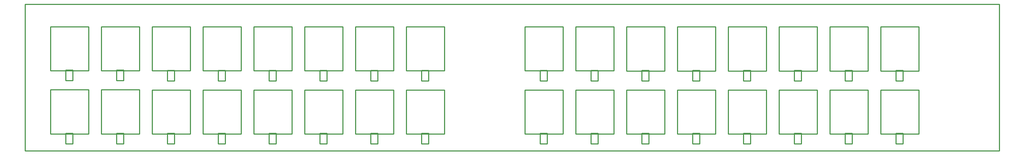
<source format=gko>
G04 Layer: BoardOutlineLayer*
G04 EasyEDA v6.5.34, 2023-08-10 19:30:07*
G04 4c2b3f1c2568491fb8cb17246f5809ed,5a6b42c53f6a479593ecc07194224c93,10*
G04 Gerber Generator version 0.2*
G04 Scale: 100 percent, Rotated: No, Reflected: No *
G04 Dimensions in millimeters *
G04 leading zeros omitted , absolute positions ,4 integer and 5 decimal *
%FSLAX45Y45*%
%MOMM*%

%ADD10C,0.2540*%
D10*
X22860000Y8102600D02*
G01*
X46228000Y8102600D01*
X46228000Y4572000D01*
X22860000Y4572000D01*
X22860000Y8102600D01*
X32004000Y6038850D02*
G01*
X32004000Y4978400D01*
X32004000Y4978400D02*
G01*
X32918400Y4978400D01*
X32918400Y4978400D02*
G01*
X32918400Y6038850D01*
X32918400Y6038850D02*
G01*
X32004000Y6038850D01*
X32372300Y6511925D02*
G01*
X32372300Y6257925D01*
X32372300Y6257925D02*
G01*
X32543750Y6257925D01*
X32543750Y6257925D02*
G01*
X32543750Y6511925D01*
X32543750Y6511925D02*
G01*
X32372300Y6511925D01*
X32004000Y7559675D02*
G01*
X32004000Y6499225D01*
X32004000Y6499225D02*
G01*
X32918400Y6499225D01*
X32918400Y6499225D02*
G01*
X32918400Y7559675D01*
X32918400Y7559675D02*
G01*
X32004000Y7559675D01*
X30784800Y6038850D02*
G01*
X30784800Y4978400D01*
X30784800Y4978400D02*
G01*
X31699200Y4978400D01*
X31699200Y4978400D02*
G01*
X31699200Y6038850D01*
X31699200Y6038850D02*
G01*
X30784800Y6038850D01*
X31153100Y6511925D02*
G01*
X31153100Y6257925D01*
X31153100Y6257925D02*
G01*
X31324550Y6257925D01*
X31324550Y6257925D02*
G01*
X31324550Y6511925D01*
X31324550Y6511925D02*
G01*
X31153100Y6511925D01*
X30784800Y7559675D02*
G01*
X30784800Y6499225D01*
X30784800Y6499225D02*
G01*
X31699200Y6499225D01*
X31699200Y6499225D02*
G01*
X31699200Y7559675D01*
X31699200Y7559675D02*
G01*
X30784800Y7559675D01*
X29565600Y6038850D02*
G01*
X29565600Y4978400D01*
X29565600Y4978400D02*
G01*
X30480000Y4978400D01*
X30480000Y4978400D02*
G01*
X30480000Y6038850D01*
X30480000Y6038850D02*
G01*
X29565600Y6038850D01*
X29933900Y6511925D02*
G01*
X29933900Y6257925D01*
X29933900Y6257925D02*
G01*
X30105350Y6257925D01*
X30105350Y6257925D02*
G01*
X30105350Y6511925D01*
X30105350Y6511925D02*
G01*
X29933900Y6511925D01*
X29565600Y7559675D02*
G01*
X29565600Y6499225D01*
X29565600Y6499225D02*
G01*
X30480000Y6499225D01*
X30480000Y6499225D02*
G01*
X30480000Y7559675D01*
X30480000Y7559675D02*
G01*
X29565600Y7559675D01*
X28346400Y6038850D02*
G01*
X28346400Y4978400D01*
X28346400Y4978400D02*
G01*
X29260800Y4978400D01*
X29260800Y4978400D02*
G01*
X29260800Y6038850D01*
X29260800Y6038850D02*
G01*
X28346400Y6038850D01*
X28714700Y6511925D02*
G01*
X28714700Y6257925D01*
X28714700Y6257925D02*
G01*
X28886150Y6257925D01*
X28886150Y6257925D02*
G01*
X28886150Y6511925D01*
X28886150Y6511925D02*
G01*
X28714700Y6511925D01*
X28346400Y7559675D02*
G01*
X28346400Y6499225D01*
X28346400Y6499225D02*
G01*
X29260800Y6499225D01*
X29260800Y6499225D02*
G01*
X29260800Y7559675D01*
X29260800Y7559675D02*
G01*
X28346400Y7559675D01*
X27127200Y6038850D02*
G01*
X27127200Y4978400D01*
X27127200Y4978400D02*
G01*
X28041600Y4978400D01*
X28041600Y4978400D02*
G01*
X28041600Y6038850D01*
X28041600Y6038850D02*
G01*
X27127200Y6038850D01*
X27495500Y6511925D02*
G01*
X27495500Y6257925D01*
X27495500Y6257925D02*
G01*
X27666950Y6257925D01*
X27666950Y6257925D02*
G01*
X27666950Y6511925D01*
X27666950Y6511925D02*
G01*
X27495500Y6511925D01*
X27127200Y7559675D02*
G01*
X27127200Y6499225D01*
X27127200Y6499225D02*
G01*
X28041600Y6499225D01*
X28041600Y6499225D02*
G01*
X28041600Y7559675D01*
X28041600Y7559675D02*
G01*
X27127200Y7559675D01*
X25908000Y6038850D02*
G01*
X25908000Y4978400D01*
X25908000Y4978400D02*
G01*
X26822400Y4978400D01*
X26822400Y4978400D02*
G01*
X26822400Y6038850D01*
X26822400Y6038850D02*
G01*
X25908000Y6038850D01*
X26276300Y6511925D02*
G01*
X26276300Y6257925D01*
X26276300Y6257925D02*
G01*
X26447750Y6257925D01*
X26447750Y6257925D02*
G01*
X26447750Y6511925D01*
X26447750Y6511925D02*
G01*
X26276300Y6511925D01*
X25908000Y7559675D02*
G01*
X25908000Y6499225D01*
X25908000Y6499225D02*
G01*
X26822400Y6499225D01*
X26822400Y6499225D02*
G01*
X26822400Y7559675D01*
X26822400Y7559675D02*
G01*
X25908000Y7559675D01*
X24688800Y6042025D02*
G01*
X24688800Y4981575D01*
X24688800Y4981575D02*
G01*
X25603200Y4981575D01*
X25603200Y4981575D02*
G01*
X25603200Y6042025D01*
X25603200Y6042025D02*
G01*
X24688800Y6042025D01*
X25057100Y6515100D02*
G01*
X25057100Y6261100D01*
X25057100Y6261100D02*
G01*
X25228550Y6261100D01*
X25228550Y6261100D02*
G01*
X25228550Y6515100D01*
X25228550Y6515100D02*
G01*
X25057100Y6515100D01*
X24688800Y7562850D02*
G01*
X24688800Y6502400D01*
X24688800Y6502400D02*
G01*
X25603200Y6502400D01*
X25603200Y6502400D02*
G01*
X25603200Y7562850D01*
X25603200Y7562850D02*
G01*
X24688800Y7562850D01*
X23469600Y7562850D02*
G01*
X23469600Y6502400D01*
X23469600Y6502400D02*
G01*
X24384000Y6502400D01*
X24384000Y6502400D02*
G01*
X24384000Y7562850D01*
X24384000Y7562850D02*
G01*
X23469600Y7562850D01*
X23837900Y6515100D02*
G01*
X23837900Y6261100D01*
X23837900Y6261100D02*
G01*
X24009350Y6261100D01*
X24009350Y6261100D02*
G01*
X24009350Y6515100D01*
X24009350Y6515100D02*
G01*
X23837900Y6515100D01*
X23469600Y6042025D02*
G01*
X23469600Y4981575D01*
X23469600Y4981575D02*
G01*
X24384000Y4981575D01*
X24384000Y4981575D02*
G01*
X24384000Y6042025D01*
X24384000Y6042025D02*
G01*
X23469600Y6042025D01*
X32372300Y4994275D02*
G01*
X32372300Y4740275D01*
X32372300Y4740275D02*
G01*
X32543750Y4740275D01*
X32543750Y4740275D02*
G01*
X32543750Y4994275D01*
X32543750Y4994275D02*
G01*
X32372300Y4994275D01*
X31153100Y4994275D02*
G01*
X31153100Y4740275D01*
X31153100Y4740275D02*
G01*
X31324550Y4740275D01*
X31324550Y4740275D02*
G01*
X31324550Y4994275D01*
X31324550Y4994275D02*
G01*
X31153100Y4994275D01*
X29933900Y4994275D02*
G01*
X29933900Y4740275D01*
X29933900Y4740275D02*
G01*
X30105350Y4740275D01*
X30105350Y4740275D02*
G01*
X30105350Y4994275D01*
X30105350Y4994275D02*
G01*
X29933900Y4994275D01*
X28714700Y4994275D02*
G01*
X28714700Y4740275D01*
X28714700Y4740275D02*
G01*
X28886150Y4740275D01*
X28886150Y4740275D02*
G01*
X28886150Y4994275D01*
X28886150Y4994275D02*
G01*
X28714700Y4994275D01*
X27495500Y4994275D02*
G01*
X27495500Y4740275D01*
X27495500Y4740275D02*
G01*
X27666950Y4740275D01*
X27666950Y4740275D02*
G01*
X27666950Y4994275D01*
X27666950Y4994275D02*
G01*
X27495500Y4994275D01*
X26276300Y4994275D02*
G01*
X26276300Y4740275D01*
X26276300Y4740275D02*
G01*
X26447750Y4740275D01*
X26447750Y4740275D02*
G01*
X26447750Y4994275D01*
X26447750Y4994275D02*
G01*
X26276300Y4994275D01*
X25057100Y4994275D02*
G01*
X25057100Y4740275D01*
X25057100Y4740275D02*
G01*
X25228550Y4740275D01*
X25228550Y4740275D02*
G01*
X25228550Y4994275D01*
X25228550Y4994275D02*
G01*
X25057100Y4994275D01*
X23837900Y4994275D02*
G01*
X23837900Y4740275D01*
X23837900Y4740275D02*
G01*
X24009350Y4740275D01*
X24009350Y4740275D02*
G01*
X24009350Y4994275D01*
X24009350Y4994275D02*
G01*
X23837900Y4994275D01*
X34848800Y6038850D02*
G01*
X34848800Y4978400D01*
X34848800Y4978400D02*
G01*
X35763200Y4978400D01*
X35763200Y4978400D02*
G01*
X35763200Y6038850D01*
X35763200Y6038850D02*
G01*
X34848800Y6038850D01*
X35217100Y6511925D02*
G01*
X35217100Y6257925D01*
X35217100Y6257925D02*
G01*
X35388550Y6257925D01*
X35388550Y6257925D02*
G01*
X35388550Y6511925D01*
X35388550Y6511925D02*
G01*
X35217100Y6511925D01*
X34848800Y7559675D02*
G01*
X34848800Y6499225D01*
X34848800Y6499225D02*
G01*
X35763200Y6499225D01*
X35763200Y6499225D02*
G01*
X35763200Y7559675D01*
X35763200Y7559675D02*
G01*
X34848800Y7559675D01*
X36068000Y7559675D02*
G01*
X36068000Y6499225D01*
X36068000Y6499225D02*
G01*
X36982400Y6499225D01*
X36982400Y6499225D02*
G01*
X36982400Y7559675D01*
X36982400Y7559675D02*
G01*
X36068000Y7559675D01*
X36436300Y6511925D02*
G01*
X36436300Y6257925D01*
X36436300Y6257925D02*
G01*
X36607750Y6257925D01*
X36607750Y6257925D02*
G01*
X36607750Y6511925D01*
X36607750Y6511925D02*
G01*
X36436300Y6511925D01*
X36068000Y6038850D02*
G01*
X36068000Y4978400D01*
X36068000Y4978400D02*
G01*
X36982400Y4978400D01*
X36982400Y4978400D02*
G01*
X36982400Y6038850D01*
X36982400Y6038850D02*
G01*
X36068000Y6038850D01*
X37287200Y7556500D02*
G01*
X37287200Y6496050D01*
X37287200Y6496050D02*
G01*
X38201600Y6496050D01*
X38201600Y6496050D02*
G01*
X38201600Y7556500D01*
X38201600Y7556500D02*
G01*
X37287200Y7556500D01*
X37655500Y6508750D02*
G01*
X37655500Y6254750D01*
X37655500Y6254750D02*
G01*
X37826950Y6254750D01*
X37826950Y6254750D02*
G01*
X37826950Y6508750D01*
X37826950Y6508750D02*
G01*
X37655500Y6508750D01*
X37287200Y6035675D02*
G01*
X37287200Y4975225D01*
X37287200Y4975225D02*
G01*
X38201600Y4975225D01*
X38201600Y4975225D02*
G01*
X38201600Y6035675D01*
X38201600Y6035675D02*
G01*
X37287200Y6035675D01*
X38506400Y7556500D02*
G01*
X38506400Y6496050D01*
X38506400Y6496050D02*
G01*
X39420800Y6496050D01*
X39420800Y6496050D02*
G01*
X39420800Y7556500D01*
X39420800Y7556500D02*
G01*
X38506400Y7556500D01*
X38874700Y6508750D02*
G01*
X38874700Y6254750D01*
X38874700Y6254750D02*
G01*
X39046150Y6254750D01*
X39046150Y6254750D02*
G01*
X39046150Y6508750D01*
X39046150Y6508750D02*
G01*
X38874700Y6508750D01*
X38506400Y6035675D02*
G01*
X38506400Y4975225D01*
X38506400Y4975225D02*
G01*
X39420800Y4975225D01*
X39420800Y4975225D02*
G01*
X39420800Y6035675D01*
X39420800Y6035675D02*
G01*
X38506400Y6035675D01*
X39725600Y7556500D02*
G01*
X39725600Y6496050D01*
X39725600Y6496050D02*
G01*
X40640000Y6496050D01*
X40640000Y6496050D02*
G01*
X40640000Y7556500D01*
X40640000Y7556500D02*
G01*
X39725600Y7556500D01*
X40093900Y6508750D02*
G01*
X40093900Y6254750D01*
X40093900Y6254750D02*
G01*
X40265350Y6254750D01*
X40265350Y6254750D02*
G01*
X40265350Y6508750D01*
X40265350Y6508750D02*
G01*
X40093900Y6508750D01*
X39725600Y6035675D02*
G01*
X39725600Y4975225D01*
X39725600Y4975225D02*
G01*
X40640000Y4975225D01*
X40640000Y4975225D02*
G01*
X40640000Y6035675D01*
X40640000Y6035675D02*
G01*
X39725600Y6035675D01*
X40944800Y7556500D02*
G01*
X40944800Y6496050D01*
X40944800Y6496050D02*
G01*
X41859200Y6496050D01*
X41859200Y6496050D02*
G01*
X41859200Y7556500D01*
X41859200Y7556500D02*
G01*
X40944800Y7556500D01*
X41313100Y6508750D02*
G01*
X41313100Y6254750D01*
X41313100Y6254750D02*
G01*
X41484550Y6254750D01*
X41484550Y6254750D02*
G01*
X41484550Y6508750D01*
X41484550Y6508750D02*
G01*
X41313100Y6508750D01*
X40944800Y6035675D02*
G01*
X40944800Y4975225D01*
X40944800Y4975225D02*
G01*
X41859200Y4975225D01*
X41859200Y4975225D02*
G01*
X41859200Y6035675D01*
X41859200Y6035675D02*
G01*
X40944800Y6035675D01*
X42164000Y7556500D02*
G01*
X42164000Y6496050D01*
X42164000Y6496050D02*
G01*
X43078400Y6496050D01*
X43078400Y6496050D02*
G01*
X43078400Y7556500D01*
X43078400Y7556500D02*
G01*
X42164000Y7556500D01*
X42532300Y6508750D02*
G01*
X42532300Y6254750D01*
X42532300Y6254750D02*
G01*
X42703750Y6254750D01*
X42703750Y6254750D02*
G01*
X42703750Y6508750D01*
X42703750Y6508750D02*
G01*
X42532300Y6508750D01*
X42164000Y6035675D02*
G01*
X42164000Y4975225D01*
X42164000Y4975225D02*
G01*
X43078400Y4975225D01*
X43078400Y4975225D02*
G01*
X43078400Y6035675D01*
X43078400Y6035675D02*
G01*
X42164000Y6035675D01*
X43383200Y7556500D02*
G01*
X43383200Y6496050D01*
X43383200Y6496050D02*
G01*
X44297600Y6496050D01*
X44297600Y6496050D02*
G01*
X44297600Y7556500D01*
X44297600Y7556500D02*
G01*
X43383200Y7556500D01*
X43751500Y6508750D02*
G01*
X43751500Y6254750D01*
X43751500Y6254750D02*
G01*
X43922950Y6254750D01*
X43922950Y6254750D02*
G01*
X43922950Y6508750D01*
X43922950Y6508750D02*
G01*
X43751500Y6508750D01*
X43383200Y6035675D02*
G01*
X43383200Y4975225D01*
X43383200Y4975225D02*
G01*
X44297600Y4975225D01*
X44297600Y4975225D02*
G01*
X44297600Y6035675D01*
X44297600Y6035675D02*
G01*
X43383200Y6035675D01*
X43751500Y4994275D02*
G01*
X43751500Y4740275D01*
X43751500Y4740275D02*
G01*
X43922950Y4740275D01*
X43922950Y4740275D02*
G01*
X43922950Y4994275D01*
X43922950Y4994275D02*
G01*
X43751500Y4994275D01*
X42532300Y4994275D02*
G01*
X42532300Y4740275D01*
X42532300Y4740275D02*
G01*
X42703750Y4740275D01*
X42703750Y4740275D02*
G01*
X42703750Y4994275D01*
X42703750Y4994275D02*
G01*
X42532300Y4994275D01*
X41313100Y4994275D02*
G01*
X41313100Y4740275D01*
X41313100Y4740275D02*
G01*
X41484550Y4740275D01*
X41484550Y4740275D02*
G01*
X41484550Y4994275D01*
X41484550Y4994275D02*
G01*
X41313100Y4994275D01*
X40093900Y4994275D02*
G01*
X40093900Y4740275D01*
X40093900Y4740275D02*
G01*
X40265350Y4740275D01*
X40265350Y4740275D02*
G01*
X40265350Y4994275D01*
X40265350Y4994275D02*
G01*
X40093900Y4994275D01*
X38874700Y4994275D02*
G01*
X38874700Y4740275D01*
X38874700Y4740275D02*
G01*
X39046150Y4740275D01*
X39046150Y4740275D02*
G01*
X39046150Y4994275D01*
X39046150Y4994275D02*
G01*
X38874700Y4994275D01*
X37655500Y4994275D02*
G01*
X37655500Y4740275D01*
X37655500Y4740275D02*
G01*
X37826950Y4740275D01*
X37826950Y4740275D02*
G01*
X37826950Y4994275D01*
X37826950Y4994275D02*
G01*
X37655500Y4994275D01*
X36436300Y4994275D02*
G01*
X36436300Y4740275D01*
X36436300Y4740275D02*
G01*
X36607750Y4740275D01*
X36607750Y4740275D02*
G01*
X36607750Y4994275D01*
X36607750Y4994275D02*
G01*
X36436300Y4994275D01*
X35217100Y4994275D02*
G01*
X35217100Y4740275D01*
X35217100Y4740275D02*
G01*
X35388550Y4740275D01*
X35388550Y4740275D02*
G01*
X35388550Y4994275D01*
X35388550Y4994275D02*
G01*
X35217100Y4994275D01*

%LPD*%
M02*

</source>
